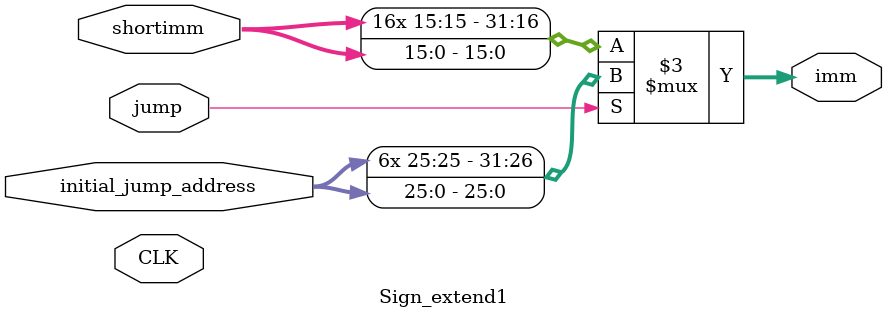
<source format=v>
module Sign_extend1(
    input [15:0] shortimm,
    input [25:0] initial_jump_address,
    input CLK,
    input jump,
    output reg [31:0]imm
    );
    
    
    always@(*)begin
        if(jump)
            imm={{6{initial_jump_address[25]}},initial_jump_address[25:0]};
        else
            imm={{16{shortimm[15]}},shortimm[15:0]};
    end
endmodule

</source>
